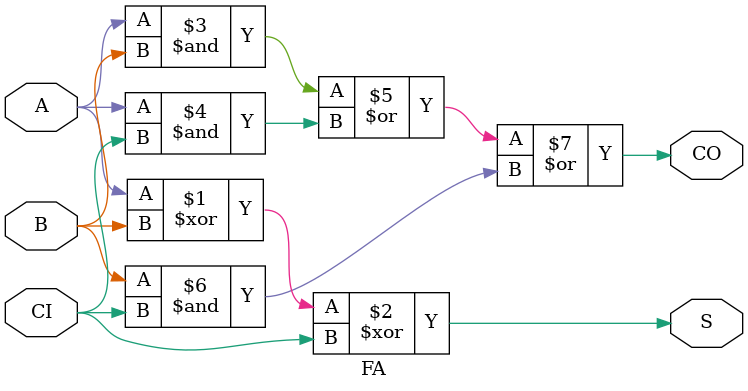
<source format=v>
module FA(A, B, CI, S, CO);
  input A, B, CI;
  output S, CO;

  assign S = A ^ B ^ CI;
  assign CO = (A & B) | (A & CI) | (B & CI);

  specify
    specparam tpd = 0.05;
    (A, B, CI *> S) = tpd;
    (A, B, CI *> CO) = tpd;
  endspecify

endmodule

</source>
